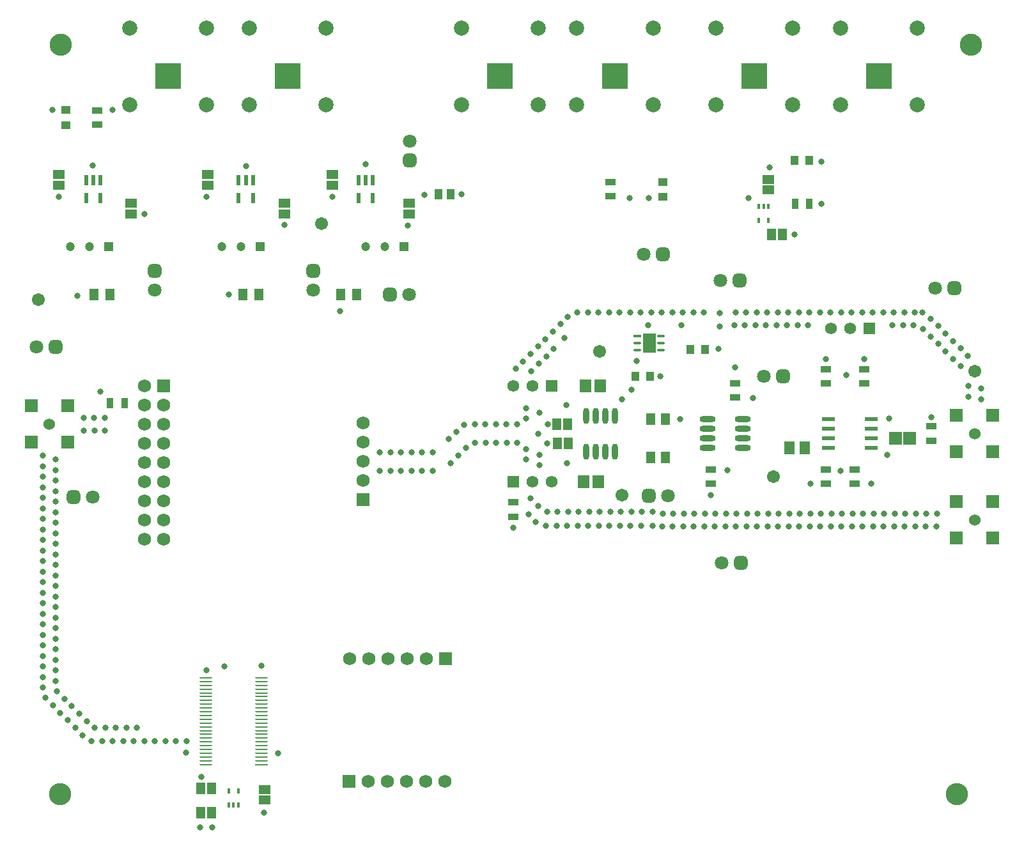
<source format=gts>
G04*
G04 #@! TF.GenerationSoftware,Altium Limited,Altium Designer,22.7.1 (60)*
G04*
G04 Layer_Color=8388736*
%FSLAX44Y44*%
%MOMM*%
G71*
G04*
G04 #@! TF.SameCoordinates,34B7A8A0-57E4-4CCA-9FD8-BF788A575D18*
G04*
G04*
G04 #@! TF.FilePolarity,Negative*
G04*
G01*
G75*
%ADD19R,1.0096X0.3811*%
G04:AMPARAMS|DCode=20|XSize=1.0096mm|YSize=0.3811mm|CornerRadius=0.1905mm|HoleSize=0mm|Usage=FLASHONLY|Rotation=0.000|XOffset=0mm|YOffset=0mm|HoleType=Round|Shape=RoundedRectangle|*
%AMROUNDEDRECTD20*
21,1,1.0096,0.0000,0,0,0.0*
21,1,0.6286,0.3811,0,0,0.0*
1,1,0.3811,0.3143,0.0000*
1,1,0.3811,-0.3143,0.0000*
1,1,0.3811,-0.3143,0.0000*
1,1,0.3811,0.3143,0.0000*
%
%ADD20ROUNDEDRECTD20*%
%ADD21R,1.0000X1.2500*%
%ADD22R,0.4000X0.7500*%
G04:AMPARAMS|DCode=24|XSize=1.6554mm|YSize=0.2525mm|CornerRadius=0.1262mm|HoleSize=0mm|Usage=FLASHONLY|Rotation=180.000|XOffset=0mm|YOffset=0mm|HoleType=Round|Shape=RoundedRectangle|*
%AMROUNDEDRECTD24*
21,1,1.6554,0.0000,0,0,180.0*
21,1,1.4030,0.2525,0,0,180.0*
1,1,0.2525,-0.7015,0.0000*
1,1,0.2525,0.7015,0.0000*
1,1,0.2525,0.7015,0.0000*
1,1,0.2525,-0.7015,0.0000*
%
%ADD24ROUNDEDRECTD24*%
%ADD25R,1.6554X0.2525*%
%ADD27R,1.7780X1.7780*%
%ADD28C,1.5240*%
%ADD29R,0.9500X1.4500*%
%ADD31R,1.4000X0.9500*%
%ADD32R,1.6637X0.5334*%
%ADD34R,1.2500X1.0000*%
%ADD36R,1.4500X0.9500*%
%ADD38R,1.2065X1.5082*%
%ADD39R,0.5080X1.3208*%
%ADD40R,0.9500X1.4000*%
%ADD43R,1.3061X1.5082*%
%ADD44R,1.7500X2.5000*%
%ADD45R,1.3032X1.5532*%
%ADD46R,1.5532X1.3032*%
%ADD47R,1.5532X1.7532*%
%ADD48R,1.7032X1.7532*%
%ADD49R,1.0032X1.4532*%
%ADD50O,0.8032X2.1032*%
%ADD51O,2.1032X0.8032*%
%ADD52R,1.4032X1.6532*%
%ADD53C,1.7032*%
%ADD54R,1.7532X1.7532*%
%ADD55C,1.7532*%
%ADD56C,2.9464*%
%ADD57C,1.8032*%
G04:AMPARAMS|DCode=58|XSize=1.8032mm|YSize=1.8032mm|CornerRadius=0.5016mm|HoleSize=0mm|Usage=FLASHONLY|Rotation=180.000|XOffset=0mm|YOffset=0mm|HoleType=Round|Shape=RoundedRectangle|*
%AMROUNDEDRECTD58*
21,1,1.8032,0.8000,0,0,180.0*
21,1,0.8000,1.8032,0,0,180.0*
1,1,1.0032,-0.4000,0.4000*
1,1,1.0032,0.4000,0.4000*
1,1,1.0032,0.4000,-0.4000*
1,1,1.0032,-0.4000,-0.4000*
%
%ADD58ROUNDEDRECTD58*%
G04:AMPARAMS|DCode=59|XSize=1.8032mm|YSize=1.8032mm|CornerRadius=0.5016mm|HoleSize=0mm|Usage=FLASHONLY|Rotation=90.000|XOffset=0mm|YOffset=0mm|HoleType=Round|Shape=RoundedRectangle|*
%AMROUNDEDRECTD59*
21,1,1.8032,0.8000,0,0,90.0*
21,1,0.8000,1.8032,0,0,90.0*
1,1,1.0032,0.4000,0.4000*
1,1,1.0032,0.4000,-0.4000*
1,1,1.0032,-0.4000,-0.4000*
1,1,1.0032,-0.4000,0.4000*
%
%ADD59ROUNDEDRECTD59*%
%ADD60R,1.5700X1.5700*%
%ADD61C,1.5700*%
%ADD62R,3.3500X3.3500*%
%ADD63C,2.0000*%
%ADD64R,1.2000X1.2000*%
%ADD65C,1.2000*%
%ADD66R,1.7532X1.7532*%
%ADD67C,0.8382*%
D19*
X822960Y668020D02*
D03*
D20*
X854710D02*
D03*
Y658520D02*
D03*
Y649020D02*
D03*
X822960D02*
D03*
Y658520D02*
D03*
D21*
X913224Y649986D02*
D03*
X893224D02*
D03*
X840580Y614680D02*
D03*
X820580D02*
D03*
X1051400Y900430D02*
D03*
X1031400D02*
D03*
D22*
X282044Y65126D02*
D03*
X295044D02*
D03*
Y46126D02*
D03*
X288544D02*
D03*
X282044D02*
D03*
X997100Y840080D02*
D03*
X990600D02*
D03*
X984100D02*
D03*
Y821080D02*
D03*
X997100D02*
D03*
D24*
X251790Y99980D02*
D03*
Y104980D02*
D03*
Y109980D02*
D03*
Y114980D02*
D03*
Y119980D02*
D03*
Y124980D02*
D03*
Y129980D02*
D03*
Y134980D02*
D03*
Y139980D02*
D03*
Y144980D02*
D03*
Y149980D02*
D03*
Y154980D02*
D03*
Y159980D02*
D03*
Y164980D02*
D03*
Y169980D02*
D03*
Y174980D02*
D03*
Y179980D02*
D03*
Y184980D02*
D03*
Y189980D02*
D03*
Y194980D02*
D03*
Y199980D02*
D03*
Y204980D02*
D03*
Y209980D02*
D03*
Y214980D02*
D03*
X325298D02*
D03*
Y209980D02*
D03*
Y204980D02*
D03*
Y199980D02*
D03*
Y194980D02*
D03*
Y189980D02*
D03*
Y184980D02*
D03*
Y179980D02*
D03*
Y174980D02*
D03*
Y169980D02*
D03*
Y164980D02*
D03*
Y159980D02*
D03*
Y154980D02*
D03*
Y149980D02*
D03*
Y144980D02*
D03*
Y139980D02*
D03*
Y134980D02*
D03*
Y129980D02*
D03*
Y124980D02*
D03*
Y119980D02*
D03*
Y114980D02*
D03*
Y109980D02*
D03*
Y104980D02*
D03*
D25*
Y99980D02*
D03*
D27*
X1245870Y448310D02*
D03*
X1294130D02*
D03*
X1245870Y400050D02*
D03*
X1294130D02*
D03*
X1245870Y562610D02*
D03*
X1294130D02*
D03*
X1245870Y514350D02*
D03*
X1294130D02*
D03*
X68580Y527050D02*
D03*
X20320D02*
D03*
X68580Y575310D02*
D03*
X20320D02*
D03*
D28*
X1270000Y424180D02*
D03*
Y538480D02*
D03*
X44450Y551180D02*
D03*
D29*
X144116Y578866D02*
D03*
X124616D02*
D03*
D31*
X1123950Y605430D02*
D03*
Y623930D02*
D03*
X1073150Y605430D02*
D03*
Y623930D02*
D03*
X107950Y948330D02*
D03*
Y966830D02*
D03*
X787400Y871580D02*
D03*
Y853080D02*
D03*
X920750Y490580D02*
D03*
Y472080D02*
D03*
X952500Y586380D02*
D03*
Y604880D02*
D03*
X1111250Y490580D02*
D03*
Y472080D02*
D03*
X1073150Y490580D02*
D03*
Y472080D02*
D03*
D32*
X1133158Y519430D02*
D03*
Y532130D02*
D03*
Y544830D02*
D03*
Y557530D02*
D03*
X1076643D02*
D03*
Y544830D02*
D03*
Y532130D02*
D03*
Y519430D02*
D03*
D34*
X66040Y947580D02*
D03*
Y967580D02*
D03*
X857250Y872330D02*
D03*
Y852330D02*
D03*
D36*
X659130Y447900D02*
D03*
Y428400D02*
D03*
X1212850Y528730D02*
D03*
Y548230D02*
D03*
D38*
X321659Y722630D02*
D03*
X300641D02*
D03*
X124809D02*
D03*
X103791D02*
D03*
X430181D02*
D03*
X451199D02*
D03*
D39*
X314300Y874268D02*
D03*
X304800D02*
D03*
X295300D02*
D03*
Y850392D02*
D03*
X314300D02*
D03*
X473050Y874268D02*
D03*
X463550D02*
D03*
X454050D02*
D03*
Y850392D02*
D03*
X473050D02*
D03*
X112370Y874268D02*
D03*
X102870D02*
D03*
X93370D02*
D03*
Y850392D02*
D03*
X112370D02*
D03*
D40*
X1050650Y843280D02*
D03*
X1032150D02*
D03*
D43*
X841139Y506730D02*
D03*
X860661D02*
D03*
X841139Y557530D02*
D03*
X860661D02*
D03*
D44*
X838928Y658520D02*
D03*
D45*
X258968Y68580D02*
D03*
X244968D02*
D03*
X258968Y36322D02*
D03*
X244968D02*
D03*
X717408Y525780D02*
D03*
X731408D02*
D03*
X716900Y551180D02*
D03*
X730900D02*
D03*
X1015380Y802640D02*
D03*
X1001380D02*
D03*
D46*
X329438Y66944D02*
D03*
Y52944D02*
D03*
X996950Y875680D02*
D03*
Y861680D02*
D03*
X520700Y829930D02*
D03*
Y843930D02*
D03*
X419100Y868030D02*
D03*
Y882030D02*
D03*
X254000Y868030D02*
D03*
Y882030D02*
D03*
X57150Y868030D02*
D03*
Y882030D02*
D03*
X355600Y843930D02*
D03*
Y829930D02*
D03*
X152400Y843930D02*
D03*
Y829930D02*
D03*
D47*
X774290Y601980D02*
D03*
X754790D02*
D03*
X771750Y474980D02*
D03*
X752250D02*
D03*
D48*
X1184000Y532130D02*
D03*
X1165500D02*
D03*
D49*
X575690Y855980D02*
D03*
X559690D02*
D03*
D50*
X755650Y514980D02*
D03*
X768350D02*
D03*
X781050D02*
D03*
X793750D02*
D03*
X755650Y561980D02*
D03*
X768350D02*
D03*
X781050D02*
D03*
X793750D02*
D03*
D51*
X963300Y519430D02*
D03*
Y532130D02*
D03*
Y544830D02*
D03*
Y557530D02*
D03*
X916300Y519430D02*
D03*
Y532130D02*
D03*
Y544830D02*
D03*
Y557530D02*
D03*
D52*
X1025050Y519430D02*
D03*
X1045050D02*
D03*
D53*
X29972Y716280D02*
D03*
X405130Y816610D02*
D03*
X773176Y647954D02*
D03*
X1003300Y481330D02*
D03*
X802640Y457200D02*
D03*
X1270000Y621030D02*
D03*
D54*
X441198Y77978D02*
D03*
X569468Y240030D02*
D03*
D55*
X466598Y77978D02*
D03*
X491998D02*
D03*
X517398D02*
D03*
X542798D02*
D03*
X568198D02*
D03*
X544068Y240030D02*
D03*
X518668D02*
D03*
X493268D02*
D03*
X467868D02*
D03*
X442468D02*
D03*
X195580Y576580D02*
D03*
Y551180D02*
D03*
Y525780D02*
D03*
Y500380D02*
D03*
Y474980D02*
D03*
Y449580D02*
D03*
Y424180D02*
D03*
Y398780D02*
D03*
X170180Y601980D02*
D03*
Y576580D02*
D03*
Y551180D02*
D03*
Y525780D02*
D03*
Y500380D02*
D03*
Y474980D02*
D03*
Y449580D02*
D03*
Y424180D02*
D03*
Y398780D02*
D03*
X459740Y552450D02*
D03*
Y527050D02*
D03*
Y501650D02*
D03*
Y476250D02*
D03*
D56*
X59436Y1054100D02*
D03*
X58674Y60452D02*
D03*
X1265174Y1054100D02*
D03*
X1246378Y60452D02*
D03*
D57*
X831850Y775970D02*
D03*
X1217930Y731012D02*
D03*
X521970Y925830D02*
D03*
X101600Y454660D02*
D03*
X934720Y367030D02*
D03*
X933450Y741680D02*
D03*
X184150Y728980D02*
D03*
X863600Y455930D02*
D03*
X520700Y722630D02*
D03*
X393700Y728980D02*
D03*
X990600Y614680D02*
D03*
X27432Y653542D02*
D03*
D58*
X857250Y775970D02*
D03*
X1243330Y731012D02*
D03*
X76200Y454660D02*
D03*
X960120Y367030D02*
D03*
X958850Y741680D02*
D03*
X838200Y455930D02*
D03*
X495300Y722630D02*
D03*
X1016000Y614680D02*
D03*
X52832Y653542D02*
D03*
D59*
X521970Y900430D02*
D03*
X184150Y754380D02*
D03*
X393700D02*
D03*
D60*
X659130Y474980D02*
D03*
X1130300Y678180D02*
D03*
X709930Y601980D02*
D03*
D61*
X684530Y474980D02*
D03*
X709930D02*
D03*
X1079500Y678180D02*
D03*
X1104900D02*
D03*
X659130Y601980D02*
D03*
X684530D02*
D03*
D62*
X641350Y1012825D02*
D03*
X793750D02*
D03*
X977900D02*
D03*
X1143000D02*
D03*
X360172D02*
D03*
X201422D02*
D03*
D63*
X590550Y974725D02*
D03*
Y1076325D02*
D03*
X692150Y974725D02*
D03*
Y1076325D02*
D03*
X742950Y974725D02*
D03*
Y1076325D02*
D03*
X844550Y974725D02*
D03*
Y1076325D02*
D03*
X927100Y974725D02*
D03*
Y1076325D02*
D03*
X1028700Y974725D02*
D03*
Y1076325D02*
D03*
X1092200Y974725D02*
D03*
Y1076325D02*
D03*
X1193800Y974725D02*
D03*
Y1076325D02*
D03*
X309372Y974725D02*
D03*
Y1076325D02*
D03*
X410972Y974725D02*
D03*
Y1076325D02*
D03*
X150622Y974725D02*
D03*
Y1076325D02*
D03*
X252222Y974725D02*
D03*
Y1076325D02*
D03*
D64*
X514350Y786130D02*
D03*
X323850D02*
D03*
X123190D02*
D03*
D65*
X488950D02*
D03*
X463550D02*
D03*
X298450D02*
D03*
X273050D02*
D03*
X97790D02*
D03*
X72390D02*
D03*
D66*
X195580Y601980D02*
D03*
X459740Y450850D02*
D03*
D67*
X822452Y634746D02*
D03*
X814324Y416052D02*
D03*
X800354D02*
D03*
X716534D02*
D03*
X828256D02*
D03*
X730504D02*
D03*
X744474D02*
D03*
X702564D02*
D03*
X758444D02*
D03*
X772414D02*
D03*
X786384D02*
D03*
X675542Y572558D02*
D03*
Y558588D02*
D03*
X664052Y550643D02*
D03*
X650082D02*
D03*
X636112D02*
D03*
X622142D02*
D03*
X608172D02*
D03*
X594208Y550238D02*
D03*
X583538Y541219D02*
D03*
X573660Y531341D02*
D03*
X552093Y513813D02*
D03*
X538123D02*
D03*
X524153D02*
D03*
X510183D02*
D03*
X496213D02*
D03*
X482243D02*
D03*
X482189Y489487D02*
D03*
X496159D02*
D03*
X510129D02*
D03*
X524099D02*
D03*
X538069D02*
D03*
X552039D02*
D03*
X576341Y499621D02*
D03*
X586219Y509499D02*
D03*
X596098Y519378D02*
D03*
X608222Y526317D02*
D03*
X622192D02*
D03*
X636162D02*
D03*
X650132D02*
D03*
X664102D02*
D03*
X675542Y518300D02*
D03*
Y504330D02*
D03*
X693518Y496709D02*
D03*
Y510679D02*
D03*
X691672Y538497D02*
D03*
X693518Y566314D02*
D03*
X885066Y432600D02*
D03*
X967812Y415760D02*
D03*
X1010796Y432600D02*
D03*
X843280Y416560D02*
D03*
X1093542Y415760D02*
D03*
X731591Y435274D02*
D03*
X1164465Y432600D02*
D03*
X870022Y415760D02*
D03*
X1094615Y432600D02*
D03*
X1205302Y415760D02*
D03*
X681878Y452479D02*
D03*
X1065602Y415760D02*
D03*
X981782D02*
D03*
X1192405Y432600D02*
D03*
X1066675D02*
D03*
X1079572Y415760D02*
D03*
X871096Y432600D02*
D03*
X1009722Y415760D02*
D03*
X1135452D02*
D03*
X1080646Y432600D02*
D03*
X1220346D02*
D03*
X759531Y435274D02*
D03*
X1219272Y415760D02*
D03*
X1108586Y432600D02*
D03*
X940946D02*
D03*
X968885D02*
D03*
X829381Y435274D02*
D03*
X1037662Y415760D02*
D03*
X1107512D02*
D03*
X1052706Y432600D02*
D03*
X801441Y435274D02*
D03*
X954915Y432600D02*
D03*
X925902Y415760D02*
D03*
X899035Y432600D02*
D03*
X996825D02*
D03*
X691757Y442601D02*
D03*
X913006Y432600D02*
D03*
X773501Y435274D02*
D03*
X1163392Y415760D02*
D03*
X815411Y435274D02*
D03*
X939872Y415760D02*
D03*
X1024765Y432600D02*
D03*
X843346Y434898D02*
D03*
X688983Y421559D02*
D03*
X911932Y415760D02*
D03*
X1122555Y432600D02*
D03*
X1191332Y415760D02*
D03*
X1206376Y432600D02*
D03*
X1038736D02*
D03*
X1177362Y415760D02*
D03*
X1178436Y432600D02*
D03*
X1136525D02*
D03*
X1051632Y415760D02*
D03*
X857125Y432600D02*
D03*
X703651Y435274D02*
D03*
X787471D02*
D03*
X883992Y415760D02*
D03*
X856052D02*
D03*
X953842D02*
D03*
X745561Y435274D02*
D03*
X679105Y431438D02*
D03*
X897962Y415760D02*
D03*
X1023692D02*
D03*
X717621Y435274D02*
D03*
X982856Y432600D02*
D03*
X926975D02*
D03*
X1121482Y415760D02*
D03*
X995752D02*
D03*
X1150496Y432600D02*
D03*
X1149422Y415760D02*
D03*
X837946Y682244D02*
D03*
X930656Y650748D02*
D03*
X347726Y114808D02*
D03*
X329184Y36576D02*
D03*
X325374Y230632D02*
D03*
X276098Y229870D02*
D03*
X252476Y225044D02*
D03*
X259842Y16510D02*
D03*
X245618Y83820D02*
D03*
X244348Y16764D02*
D03*
X225806Y115570D02*
D03*
X112014Y593852D02*
D03*
X117804Y559696D02*
D03*
X103834D02*
D03*
X89864D02*
D03*
X35934Y509284D02*
D03*
Y495314D02*
D03*
Y481344D02*
D03*
Y467374D02*
D03*
Y453404D02*
D03*
Y439434D02*
D03*
Y425464D02*
D03*
Y411494D02*
D03*
Y397524D02*
D03*
Y383554D02*
D03*
Y369584D02*
D03*
Y355614D02*
D03*
Y341644D02*
D03*
Y327674D02*
D03*
Y313704D02*
D03*
Y299734D02*
D03*
Y285764D02*
D03*
Y271794D02*
D03*
Y257824D02*
D03*
Y243854D02*
D03*
Y229884D02*
D03*
Y215914D02*
D03*
Y201944D02*
D03*
X39133Y188345D02*
D03*
X49011Y178467D02*
D03*
X58889Y168589D02*
D03*
X68767Y158710D02*
D03*
X78646Y148832D02*
D03*
X88524Y138954D02*
D03*
X100316Y131464D02*
D03*
X114286D02*
D03*
X128256D02*
D03*
X142226D02*
D03*
X156196D02*
D03*
X170166D02*
D03*
X184136D02*
D03*
X198106D02*
D03*
X212076D02*
D03*
X226046D02*
D03*
X160343Y148497D02*
D03*
X146373D02*
D03*
X132403D02*
D03*
X118433D02*
D03*
X104463D02*
D03*
X93913Y157654D02*
D03*
X84034Y167532D02*
D03*
X74156Y177410D02*
D03*
X64278Y187288D02*
D03*
X54399Y197167D02*
D03*
X52966Y211063D02*
D03*
Y225033D02*
D03*
Y239003D02*
D03*
Y252973D02*
D03*
Y266943D02*
D03*
Y280913D02*
D03*
Y294883D02*
D03*
Y308853D02*
D03*
Y322823D02*
D03*
Y336793D02*
D03*
Y350763D02*
D03*
Y364733D02*
D03*
Y378703D02*
D03*
Y392673D02*
D03*
Y406643D02*
D03*
Y420613D02*
D03*
Y434583D02*
D03*
Y448553D02*
D03*
Y462523D02*
D03*
Y476493D02*
D03*
Y490463D02*
D03*
Y504433D02*
D03*
X90354Y542664D02*
D03*
X104324D02*
D03*
X118294D02*
D03*
X853440Y614680D02*
D03*
X1191067Y699335D02*
D03*
X1177097D02*
D03*
X1163127D02*
D03*
X1149157D02*
D03*
X1135187D02*
D03*
X1121217D02*
D03*
X1107247D02*
D03*
X1093277D02*
D03*
X1079307D02*
D03*
X1065337D02*
D03*
X1051367D02*
D03*
X1037397D02*
D03*
X1023427D02*
D03*
X1009457D02*
D03*
X995487D02*
D03*
X981517D02*
D03*
X967547D02*
D03*
X953577D02*
D03*
X911667D02*
D03*
X897697D02*
D03*
X883727D02*
D03*
X869757D02*
D03*
X855787D02*
D03*
X841817D02*
D03*
X827847D02*
D03*
X813877D02*
D03*
X799907D02*
D03*
X785937D02*
D03*
X771967D02*
D03*
X757997D02*
D03*
X744027D02*
D03*
X731317Y693538D02*
D03*
X721438Y683660D02*
D03*
X711560Y673781D02*
D03*
X701682Y663903D02*
D03*
X691804Y654025D02*
D03*
X681925Y644146D02*
D03*
X672047Y634268D02*
D03*
X662169Y624390D02*
D03*
X683008Y621414D02*
D03*
X692886Y631292D02*
D03*
X702764Y641170D02*
D03*
X712643Y651049D02*
D03*
X881860Y682495D02*
D03*
X951710D02*
D03*
X965680D02*
D03*
X979650D02*
D03*
X993620D02*
D03*
X1007590D02*
D03*
X1021560D02*
D03*
X1035530D02*
D03*
X1049500D02*
D03*
X1161260D02*
D03*
X1175230D02*
D03*
X1189200D02*
D03*
X1202067Y677055D02*
D03*
X1211945Y667177D02*
D03*
X1221824Y657299D02*
D03*
X1231702Y647421D02*
D03*
X1241580Y637542D02*
D03*
X1251458Y627664D02*
D03*
X1261580Y601631D02*
D03*
Y587661D02*
D03*
X1278420Y584233D02*
D03*
Y598203D02*
D03*
X1261266Y641672D02*
D03*
X1251387Y651550D02*
D03*
X1241509Y661428D02*
D03*
X1231631Y671307D02*
D03*
X1221753Y681185D02*
D03*
X1211874Y691063D02*
D03*
X1200573Y699275D02*
D03*
X1073150Y637540D02*
D03*
X812800Y850900D02*
D03*
X838200D02*
D03*
X970280D02*
D03*
X998220Y891540D02*
D03*
X1066800Y843280D02*
D03*
Y899160D02*
D03*
X1031240Y802640D02*
D03*
X726440Y665480D02*
D03*
X802640Y584200D02*
D03*
X815340Y596900D02*
D03*
X932180Y698500D02*
D03*
Y680720D02*
D03*
X704850Y551180D02*
D03*
X728980Y576580D02*
D03*
X942340Y490220D02*
D03*
X976630Y585470D02*
D03*
X1092200Y488950D02*
D03*
X1099820Y615950D02*
D03*
X659130Y414020D02*
D03*
X730250Y499110D02*
D03*
X920750Y457200D02*
D03*
X880110Y557530D02*
D03*
X704088Y525780D02*
D03*
X952500Y626110D02*
D03*
X1052830Y472440D02*
D03*
X1132840D02*
D03*
X1156970Y558800D02*
D03*
X1154430Y510540D02*
D03*
X1123950Y637540D02*
D03*
X1212850Y560070D02*
D03*
X541020Y854710D02*
D03*
X590550Y855980D02*
D03*
X519430Y814070D02*
D03*
X463550Y895350D02*
D03*
X419100Y852170D02*
D03*
X281940Y722630D02*
D03*
X355600Y815340D02*
D03*
X304800Y892810D02*
D03*
X252730Y852170D02*
D03*
X429260Y701040D02*
D03*
X81280Y721360D02*
D03*
X170180Y829310D02*
D03*
X57150Y852170D02*
D03*
X101600Y894080D02*
D03*
X48260Y967740D02*
D03*
X128270D02*
D03*
M02*

</source>
